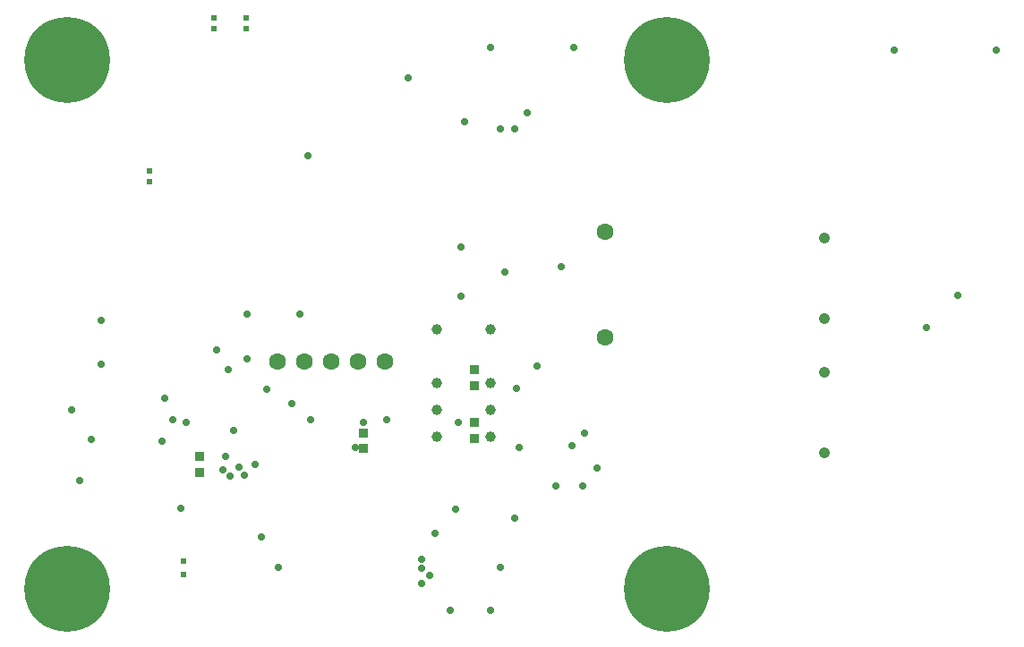
<source format=gbs>
G04*
G04 #@! TF.GenerationSoftware,Altium Limited,Altium Designer,19.0.15 (446)*
G04*
G04 Layer_Color=16711935*
%FSLAX25Y25*%
%MOIN*%
G70*
G01*
G75*
%ADD19R,0.03353X0.03550*%
%ADD38C,0.31896*%
%ADD39C,0.06306*%
%ADD40C,0.04239*%
%ADD41C,0.03943*%
%ADD42C,0.02762*%
%ADD43C,0.02368*%
D19*
X-111221Y-40354D02*
D03*
Y-46260D02*
D03*
X-172244Y-55118D02*
D03*
Y-49213D02*
D03*
X-69882Y-36417D02*
D03*
Y-42323D02*
D03*
Y-16732D02*
D03*
Y-22638D02*
D03*
D38*
X-221457Y98425D02*
D03*
Y-98425D02*
D03*
X1969D02*
D03*
Y98425D02*
D03*
D39*
X-103032Y-13780D02*
D03*
X-113031D02*
D03*
X-123031D02*
D03*
X-133031D02*
D03*
X-143032D02*
D03*
X-21248Y34449D02*
D03*
Y-4921D02*
D03*
D40*
X60630Y32126D02*
D03*
Y2126D02*
D03*
Y-17874D02*
D03*
Y-47874D02*
D03*
D41*
X-83661Y-21654D02*
D03*
Y-31654D02*
D03*
Y-41654D02*
D03*
X-63661D02*
D03*
Y-31654D02*
D03*
Y-21654D02*
D03*
Y-1654D02*
D03*
X-83661D02*
D03*
D42*
X-54985Y-72047D02*
D03*
X-149213Y-79134D02*
D03*
X-185039Y-27559D02*
D03*
X-208661Y1575D02*
D03*
X-131890Y62992D02*
D03*
X-165748Y-9449D02*
D03*
X-219685Y-31654D02*
D03*
X-24134Y-53543D02*
D03*
X-212598Y-42835D02*
D03*
X-37402Y21654D02*
D03*
X-216811Y-58071D02*
D03*
X-208661Y-14763D02*
D03*
X-147047Y-24213D02*
D03*
X-142829Y-90433D02*
D03*
X-179134Y-68575D02*
D03*
X98425Y-1181D02*
D03*
X110236Y10773D02*
D03*
X-33465Y-44985D02*
D03*
X-53150Y-45807D02*
D03*
X-60039Y-90551D02*
D03*
X-75787Y-36417D02*
D03*
X-76772Y-68898D02*
D03*
X-130906Y-35433D02*
D03*
X-177165Y-36417D02*
D03*
X-163386Y-54134D02*
D03*
X-162402Y-49213D02*
D03*
X-160887Y-56590D02*
D03*
X-155512Y-56221D02*
D03*
X-137795Y-29528D02*
D03*
X-111221Y-36417D02*
D03*
X-50197Y78740D02*
D03*
X-154528Y-12795D02*
D03*
X-151453Y-52165D02*
D03*
X-159449Y-39370D02*
D03*
X-161417Y-16732D02*
D03*
X-84646Y-77756D02*
D03*
X-73622Y75524D02*
D03*
X-114173Y-45807D02*
D03*
X-102362Y-35433D02*
D03*
X-154528Y3937D02*
D03*
X-134843D02*
D03*
X-186024Y-43307D02*
D03*
X-89567Y-96457D02*
D03*
X-157480Y-53150D02*
D03*
X-86614Y-93504D02*
D03*
X-89567Y-90746D02*
D03*
Y-87598D02*
D03*
X-182087Y-35433D02*
D03*
X-78740Y-106299D02*
D03*
X-63895D02*
D03*
X-29528Y-60039D02*
D03*
X-39370D02*
D03*
X-54134Y-23622D02*
D03*
X-46565Y-15354D02*
D03*
X-28721Y-40354D02*
D03*
X-94488Y92020D02*
D03*
X-74803Y10630D02*
D03*
X-58571Y19685D02*
D03*
X-74803Y28740D02*
D03*
X-32874Y103347D02*
D03*
X-54724Y73032D02*
D03*
X-60236D02*
D03*
X-63976Y103347D02*
D03*
X86614Y102363D02*
D03*
X124521D02*
D03*
D43*
X-190945Y53150D02*
D03*
Y57087D02*
D03*
X-166733Y114173D02*
D03*
Y110236D02*
D03*
X-154922D02*
D03*
Y114173D02*
D03*
X-178150Y-93223D02*
D03*
Y-88020D02*
D03*
M02*

</source>
